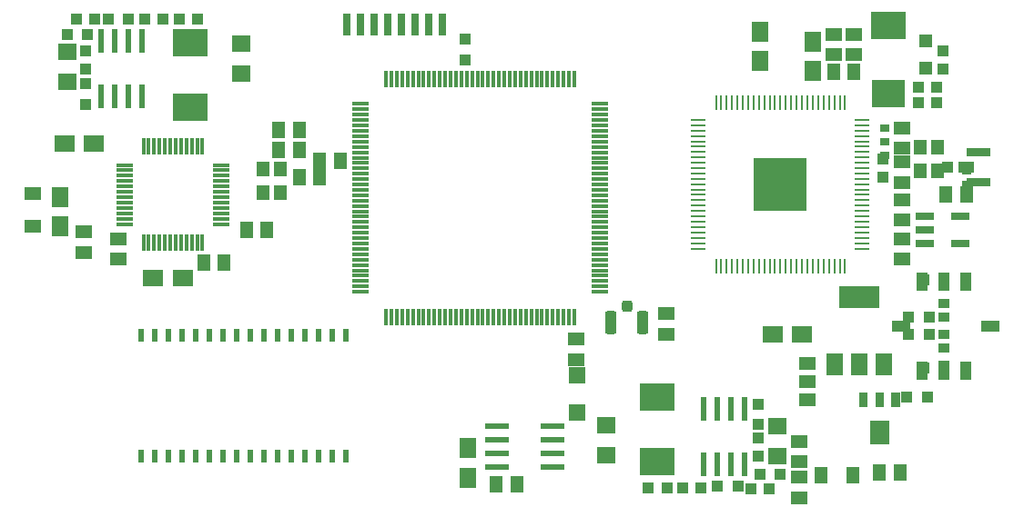
<source format=gbr>
%TF.GenerationSoftware,KiCad,Pcbnew,9.0.7*%
%TF.CreationDate,2026-01-09T15:07:01-08:00*%
%TF.ProjectId,W5500_LX9_AD9957_sramv2_gps,57353530-305f-44c5-9839-5f4144393935,rev?*%
%TF.SameCoordinates,Original*%
%TF.FileFunction,Paste,Top*%
%TF.FilePolarity,Positive*%
%FSLAX46Y46*%
G04 Gerber Fmt 4.6, Leading zero omitted, Abs format (unit mm)*
G04 Created by KiCad (PCBNEW 9.0.7) date 2026-01-09 15:07:01*
%MOMM*%
%LPD*%
G01*
G04 APERTURE LIST*
G04 Aperture macros list*
%AMRoundRect*
0 Rectangle with rounded corners*
0 $1 Rounding radius*
0 $2 $3 $4 $5 $6 $7 $8 $9 X,Y pos of 4 corners*
0 Add a 4 corners polygon primitive as box body*
4,1,4,$2,$3,$4,$5,$6,$7,$8,$9,$2,$3,0*
0 Add four circle primitives for the rounded corners*
1,1,$1+$1,$2,$3*
1,1,$1+$1,$4,$5*
1,1,$1+$1,$6,$7*
1,1,$1+$1,$8,$9*
0 Add four rect primitives between the rounded corners*
20,1,$1+$1,$2,$3,$4,$5,0*
20,1,$1+$1,$4,$5,$6,$7,0*
20,1,$1+$1,$6,$7,$8,$9,0*
20,1,$1+$1,$8,$9,$2,$3,0*%
G04 Aperture macros list end*
%ADD10C,0.000000*%
%ADD11R,0.300000X1.500000*%
%ADD12R,1.500000X0.300000*%
%ADD13R,0.300000X1.600000*%
%ADD14R,1.600000X0.300000*%
%ADD15R,5.003800X5.003800*%
%ADD16R,1.473200X0.279400*%
%ADD17R,0.279400X1.473200*%
%ADD18R,1.600000X1.300000*%
%ADD19R,2.200000X0.600000*%
%ADD20R,1.500000X1.300000*%
%ADD21R,1.300000X1.500000*%
%ADD22R,1.200000X1.400000*%
%ADD23R,1.950000X1.500000*%
%ADD24R,1.500000X1.950000*%
%ADD25R,1.016000X1.778000*%
%ADD26R,1.778000X1.016000*%
%ADD27R,1.500000X1.500000*%
%ADD28R,0.760000X2.050000*%
%ADD29R,1.200000X1.600000*%
%ADD30R,1.600000X1.200000*%
%ADD31R,1.651000X0.762000*%
%ADD32R,1.100000X1.000000*%
%ADD33R,1.000000X0.950000*%
%ADD34R,1.016000X1.016000*%
%ADD35R,0.600000X2.200000*%
%ADD36R,1.000000X1.100000*%
%ADD37R,1.800000X1.600000*%
%ADD38R,3.250000X2.500000*%
%ADD39R,3.800000X2.000000*%
%ADD40R,1.500000X2.000000*%
%ADD41R,0.900000X0.700000*%
%ADD42R,3.175000X2.540000*%
%ADD43R,3.048000X2.540000*%
%ADD44R,1.270000X1.270000*%
%ADD45RoundRect,0.250000X0.250000X-0.275000X0.250000X0.275000X-0.250000X0.275000X-0.250000X-0.275000X0*%
%ADD46RoundRect,0.262500X-0.262500X0.837500X-0.262500X-0.837500X0.262500X-0.837500X0.262500X0.837500X0*%
%ADD47R,0.600000X1.200000*%
G04 APERTURE END LIST*
D10*
%TO.C,IC7*%
G36*
X187824850Y-122519850D02*
G01*
X186024850Y-122519850D01*
X186024850Y-120319850D01*
X187824850Y-120319850D01*
X187824850Y-122519850D01*
G37*
G36*
X188824850Y-119039850D02*
G01*
X188024850Y-119039850D01*
X188024850Y-117639850D01*
X188824850Y-117639850D01*
X188824850Y-119039850D01*
G37*
G36*
X185824850Y-119039850D02*
G01*
X185024850Y-119039850D01*
X185024850Y-117639850D01*
X185824850Y-117639850D01*
X185824850Y-119039850D01*
G37*
G36*
X187324850Y-119039850D02*
G01*
X186524850Y-119039850D01*
X186524850Y-117639850D01*
X187324850Y-117639850D01*
X187324850Y-119039850D01*
G37*
%TO.C,X3*%
G36*
X197205500Y-95677100D02*
G01*
X195071900Y-95677100D01*
X195071900Y-94864300D01*
X197205500Y-94864300D01*
X197205500Y-95677100D01*
G37*
G36*
X197205500Y-98467900D02*
G01*
X195071900Y-98467900D01*
X195071900Y-97655100D01*
X197205500Y-97655100D01*
X197205500Y-98467900D01*
G37*
G36*
X194995700Y-97148700D02*
G01*
X194233700Y-97148700D01*
X194233700Y-96183500D01*
X194995700Y-96183500D01*
X194995700Y-97148700D01*
G37*
%TD*%
D11*
%TO.C,U1*%
X118452350Y-94756100D03*
X118952350Y-94756100D03*
X119452350Y-94756100D03*
X119952350Y-94756100D03*
X120452350Y-94756100D03*
X120952350Y-94756100D03*
X121452350Y-94756100D03*
X121952350Y-94756100D03*
X122452350Y-94756100D03*
X122952350Y-94756100D03*
X123452350Y-94756100D03*
X123952350Y-94756100D03*
D12*
X125652350Y-96456100D03*
X125652350Y-96956100D03*
X125652350Y-97456100D03*
X125652350Y-97956100D03*
X125652350Y-98456100D03*
X125652350Y-98956100D03*
X125652350Y-99456100D03*
X125652350Y-99956100D03*
X125652350Y-100456100D03*
X125652350Y-100956100D03*
X125652350Y-101456100D03*
X125652350Y-101956100D03*
D11*
X123952350Y-103656100D03*
X123452350Y-103656100D03*
X122952350Y-103656100D03*
X122452350Y-103656100D03*
X121952350Y-103656100D03*
X121452350Y-103656100D03*
X120952350Y-103656100D03*
X120452350Y-103656100D03*
X119952350Y-103656100D03*
X119452350Y-103656100D03*
X118952350Y-103656100D03*
X118452350Y-103656100D03*
D12*
X116752350Y-101956100D03*
X116752350Y-101456100D03*
X116752350Y-100956100D03*
X116752350Y-100456100D03*
X116752350Y-99956100D03*
X116752350Y-99456100D03*
X116752350Y-98956100D03*
X116752350Y-98456100D03*
X116752350Y-97956100D03*
X116752350Y-97456100D03*
X116752350Y-96956100D03*
X116752350Y-96456100D03*
%TD*%
D13*
%TO.C,U2*%
X141027350Y-88423600D03*
X141527350Y-88423600D03*
X142027350Y-88423600D03*
X142527350Y-88423600D03*
X143027350Y-88423600D03*
X143527350Y-88423600D03*
X144027350Y-88423600D03*
X144527350Y-88423600D03*
X145027350Y-88423600D03*
X145527350Y-88423600D03*
X146027350Y-88423600D03*
X146527350Y-88423600D03*
X147027350Y-88423600D03*
X147527350Y-88423600D03*
X148027350Y-88423600D03*
X148527350Y-88423600D03*
X149027350Y-88423600D03*
X149527350Y-88423600D03*
X150027350Y-88423600D03*
X150527350Y-88423600D03*
X151027350Y-88423600D03*
X151527350Y-88423600D03*
X152027350Y-88423600D03*
X152527350Y-88423600D03*
X153027350Y-88423600D03*
X153527350Y-88423600D03*
X154027350Y-88423600D03*
X154527350Y-88423600D03*
X155027350Y-88423600D03*
X155527350Y-88423600D03*
X156027350Y-88423600D03*
X156527350Y-88423600D03*
X157027350Y-88423600D03*
X157527350Y-88423600D03*
X158027350Y-88423600D03*
X158527350Y-88423600D03*
D14*
X160877350Y-90773600D03*
X160877350Y-91273600D03*
X160877350Y-91773600D03*
X160877350Y-92273600D03*
X160877350Y-92773600D03*
X160877350Y-93273600D03*
X160877350Y-93773600D03*
X160877350Y-94273600D03*
X160877350Y-94773600D03*
X160877350Y-95273600D03*
X160877350Y-95773600D03*
X160877350Y-96273600D03*
X160877350Y-96773600D03*
X160877350Y-97273600D03*
X160877350Y-97773600D03*
X160877350Y-98273600D03*
X160877350Y-98773600D03*
X160877350Y-99273600D03*
X160877350Y-99773600D03*
X160877350Y-100273600D03*
X160877350Y-100773600D03*
X160877350Y-101273600D03*
X160877350Y-101773600D03*
X160877350Y-102273600D03*
X160877350Y-102773600D03*
X160877350Y-103273600D03*
X160877350Y-103773600D03*
X160877350Y-104273600D03*
X160877350Y-104773600D03*
X160877350Y-105273600D03*
X160877350Y-105773600D03*
X160877350Y-106273600D03*
X160877350Y-106773600D03*
X160877350Y-107273600D03*
X160877350Y-107773600D03*
X160877350Y-108273600D03*
D13*
X158527350Y-110623600D03*
X158027350Y-110623600D03*
X157527350Y-110623600D03*
X157027350Y-110623600D03*
X156527350Y-110623600D03*
X156027350Y-110623600D03*
X155527350Y-110623600D03*
X155027350Y-110623600D03*
X154527350Y-110623600D03*
X154027350Y-110623600D03*
X153527350Y-110623600D03*
X153027350Y-110623600D03*
X152527350Y-110623600D03*
X152027350Y-110623600D03*
X151527350Y-110623600D03*
X151027350Y-110623600D03*
X150527350Y-110623600D03*
X150027350Y-110623600D03*
X149527350Y-110623600D03*
X149027350Y-110623600D03*
X148527350Y-110623600D03*
X148027350Y-110623600D03*
X147527350Y-110623600D03*
X147027350Y-110623600D03*
X146527350Y-110623600D03*
X146027350Y-110623600D03*
X145527350Y-110623600D03*
X145027350Y-110623600D03*
X144527350Y-110623600D03*
X144027350Y-110623600D03*
X143527350Y-110623600D03*
X143027350Y-110623600D03*
X142527350Y-110623600D03*
X142027350Y-110623600D03*
X141527350Y-110623600D03*
X141027350Y-110623600D03*
D14*
X138677350Y-108273600D03*
X138677350Y-107773600D03*
X138677350Y-107273600D03*
X138677350Y-106773600D03*
X138677350Y-106273600D03*
X138677350Y-105773600D03*
X138677350Y-105273600D03*
X138677350Y-104773600D03*
X138677350Y-104273600D03*
X138677350Y-103773600D03*
X138677350Y-103273600D03*
X138677350Y-102773600D03*
X138677350Y-102273600D03*
X138677350Y-101773600D03*
X138677350Y-101273600D03*
X138677350Y-100773600D03*
X138677350Y-100273600D03*
X138677350Y-99773600D03*
X138677350Y-99273600D03*
X138677350Y-98773600D03*
X138677350Y-98273600D03*
X138677350Y-97773600D03*
X138677350Y-97273600D03*
X138677350Y-96773600D03*
X138677350Y-96273600D03*
X138677350Y-95773600D03*
X138677350Y-95273600D03*
X138677350Y-94773600D03*
X138677350Y-94273600D03*
X138677350Y-93773600D03*
X138677350Y-93273600D03*
X138677350Y-92773600D03*
X138677350Y-92273600D03*
X138677350Y-91773600D03*
X138677350Y-91273600D03*
X138677350Y-90773600D03*
%TD*%
D15*
%TO.C,U3*%
X177717350Y-98253600D03*
D16*
X185337350Y-92259200D03*
X185337350Y-92741800D03*
X185337350Y-93249800D03*
X185337350Y-93757800D03*
X185337350Y-94265800D03*
X185337350Y-94748400D03*
X185337350Y-95256400D03*
X185337350Y-95764400D03*
X185337350Y-96247000D03*
X185337350Y-96755000D03*
X185337350Y-97263000D03*
X185337350Y-97745600D03*
X185337350Y-98253600D03*
X185337350Y-98761600D03*
X185337350Y-99244200D03*
X185337350Y-99752200D03*
X185337350Y-100260200D03*
X185337350Y-100742800D03*
X185337350Y-101250800D03*
X185337350Y-101758800D03*
X185337350Y-102241400D03*
X185337350Y-102749400D03*
X185337350Y-103257400D03*
X185337350Y-103765400D03*
X185337350Y-104248000D03*
D17*
X183711750Y-105873600D03*
X183229150Y-105873600D03*
X182721150Y-105873600D03*
X182213150Y-105873600D03*
X181705150Y-105873600D03*
X181222550Y-105873600D03*
X180714550Y-105873600D03*
X180206550Y-105873600D03*
X179723950Y-105873600D03*
X179215950Y-105873600D03*
X178707950Y-105873600D03*
X178225350Y-105873600D03*
X177717350Y-105873600D03*
X177209350Y-105873600D03*
X176726750Y-105873600D03*
X176218750Y-105873600D03*
X175710750Y-105873600D03*
X175228150Y-105873600D03*
X174720150Y-105873600D03*
X174212150Y-105873600D03*
X173729550Y-105873600D03*
X173221550Y-105873600D03*
X172713550Y-105873600D03*
X172205550Y-105873600D03*
X171722950Y-105873600D03*
D16*
X170097350Y-104248000D03*
X170097350Y-103765400D03*
X170097350Y-103257400D03*
X170097350Y-102749400D03*
X170097350Y-102241400D03*
X170097350Y-101758800D03*
X170097350Y-101250800D03*
X170097350Y-100742800D03*
X170097350Y-100260200D03*
X170097350Y-99752200D03*
X170097350Y-99244200D03*
X170097350Y-98761600D03*
X170097350Y-98253600D03*
X170097350Y-97745600D03*
X170097350Y-97263000D03*
X170097350Y-96755000D03*
X170097350Y-96247000D03*
X170097350Y-95764400D03*
X170097350Y-95256400D03*
X170097350Y-94748400D03*
X170097350Y-94265800D03*
X170097350Y-93757800D03*
X170097350Y-93249800D03*
X170097350Y-92741800D03*
X170097350Y-92259200D03*
D17*
X171722950Y-90633600D03*
X172205550Y-90633600D03*
X172713550Y-90633600D03*
X173221550Y-90633600D03*
X173729550Y-90633600D03*
X174212150Y-90633600D03*
X174720150Y-90633600D03*
X175228150Y-90633600D03*
X175710750Y-90633600D03*
X176218750Y-90633600D03*
X176726750Y-90633600D03*
X177209350Y-90633600D03*
X177717350Y-90633600D03*
X178225350Y-90633600D03*
X178707950Y-90633600D03*
X179215950Y-90633600D03*
X179723950Y-90633600D03*
X180206550Y-90633600D03*
X180714550Y-90633600D03*
X181222550Y-90633600D03*
X181705150Y-90633600D03*
X182213150Y-90633600D03*
X182721150Y-90633600D03*
X183229150Y-90633600D03*
X183711750Y-90633600D03*
%TD*%
D18*
%TO.C,R1*%
X158701100Y-112702350D03*
X158701100Y-114602350D03*
%TD*%
D19*
%TO.C,IC2*%
X151304850Y-120796100D03*
X151304850Y-122066100D03*
X151304850Y-124606100D03*
X156504850Y-120796100D03*
X156504850Y-122066100D03*
X156504850Y-124606100D03*
X151304850Y-123336100D03*
X156504850Y-123336100D03*
%TD*%
D20*
%TO.C,R9*%
X116122350Y-103336100D03*
X116122350Y-105236100D03*
%TD*%
%TO.C,C6*%
X112947350Y-102701100D03*
X112947350Y-104601100D03*
%TD*%
D21*
%TO.C,C11*%
X129931100Y-102539850D03*
X128031100Y-102539850D03*
%TD*%
%TO.C,C12*%
X124062350Y-105556100D03*
X125962350Y-105556100D03*
%TD*%
D22*
%TO.C,Q1*%
X129609850Y-96836100D03*
X131209850Y-96836100D03*
X131209850Y-99036100D03*
X129609850Y-99036100D03*
%TD*%
D21*
%TO.C,R13*%
X131047350Y-95078600D03*
X132947350Y-95078600D03*
%TD*%
%TO.C,C14*%
X134852350Y-97618600D03*
X132952350Y-97618600D03*
%TD*%
%TO.C,C15*%
X131047350Y-93173600D03*
X132947350Y-93173600D03*
%TD*%
D23*
%TO.C,C9*%
X119351100Y-106984850D03*
X122101100Y-106984850D03*
%TD*%
D24*
%TO.C,C16*%
X110724850Y-99418600D03*
X110724850Y-102168600D03*
%TD*%
D20*
%TO.C,C21*%
X167081100Y-110321100D03*
X167081100Y-112221100D03*
%TD*%
D24*
%TO.C,C24*%
X175812350Y-84019850D03*
X175812350Y-86769850D03*
%TD*%
%TO.C,C25*%
X148666100Y-125584225D03*
X148666100Y-122834225D03*
%TD*%
D23*
%TO.C,C26*%
X176977350Y-112223600D03*
X179727350Y-112223600D03*
%TD*%
%TO.C,C32*%
X113846100Y-94443600D03*
X111096100Y-94443600D03*
%TD*%
D24*
%TO.C,C35*%
X180733600Y-84972350D03*
X180733600Y-87722350D03*
%TD*%
D21*
%TO.C,R14*%
X136757350Y-96031100D03*
X134857350Y-96031100D03*
%TD*%
D20*
%TO.C,R17*%
X188988600Y-105236100D03*
X188988600Y-103336100D03*
%TD*%
%TO.C,R18*%
X188988600Y-101584850D03*
X188988600Y-99684850D03*
%TD*%
D21*
%TO.C,C42*%
X195018600Y-99206100D03*
X193118600Y-99206100D03*
%TD*%
D20*
%TO.C,C43*%
X188988600Y-93017350D03*
X188988600Y-94917350D03*
%TD*%
D21*
%TO.C,C44*%
X184541100Y-87776100D03*
X182641100Y-87776100D03*
%TD*%
D20*
%TO.C,C45*%
X182638600Y-84286100D03*
X182638600Y-86186100D03*
%TD*%
%TO.C,R16*%
X184543600Y-86186100D03*
X184543600Y-84286100D03*
%TD*%
D25*
%TO.C,U$2*%
X190925350Y-107334100D03*
X194989350Y-107334100D03*
X194989350Y-115589100D03*
X190925350Y-115589100D03*
X192957350Y-115589100D03*
D26*
X188956850Y-111461600D03*
X197211850Y-111461600D03*
D25*
X192957350Y-107334100D03*
%TD*%
D21*
%TO.C,C46*%
X188827350Y-125082350D03*
X186927350Y-125082350D03*
%TD*%
D20*
%TO.C,C47*%
X179463600Y-122227350D03*
X179463600Y-124127350D03*
%TD*%
%TO.C,C48*%
X179463600Y-127461100D03*
X179463600Y-125561100D03*
%TD*%
%TO.C,JMP1*%
X180257350Y-114968600D03*
X180257350Y-116668600D03*
X180257350Y-118368600D03*
%TD*%
D27*
%TO.C,LED2*%
X158826100Y-119529850D03*
X158826100Y-116029850D03*
%TD*%
D21*
%TO.C,C57*%
X151287975Y-126193600D03*
X153187975Y-126193600D03*
%TD*%
D28*
%TO.C,X2*%
X142474850Y-83364850D03*
X141204850Y-83364850D03*
X143744850Y-83364850D03*
X139934850Y-83364850D03*
X145014850Y-83364850D03*
X138664850Y-83364850D03*
X146284850Y-83364850D03*
X137394850Y-83364850D03*
%TD*%
D20*
%TO.C,R21*%
X188988600Y-96192350D03*
X188988600Y-98092350D03*
%TD*%
D29*
%TO.C,L3*%
X184456100Y-125399850D03*
X181456100Y-125399850D03*
%TD*%
D30*
%TO.C,L4*%
X108184850Y-99134850D03*
X108184850Y-102134850D03*
%TD*%
D31*
%TO.C,T1*%
X191160300Y-101269850D03*
X191160300Y-102539850D03*
X191160300Y-103809850D03*
X194436900Y-101269850D03*
X194436900Y-103809850D03*
%TD*%
D32*
%TO.C,R22\u002A0*%
X187242350Y-97603600D03*
X187242350Y-95903600D03*
%TD*%
D33*
%TO.C,L1*%
X192957350Y-107772350D03*
X192957350Y-109372350D03*
%TD*%
%TO.C,L5*%
X192957350Y-113487350D03*
X192957350Y-115087350D03*
%TD*%
%TO.C,L6*%
X192957350Y-110629850D03*
X192957350Y-112229850D03*
%TD*%
D34*
%TO.C,C60*%
X192957350Y-115398600D03*
X191052350Y-115398600D03*
%TD*%
%TO.C,C61*%
X191528600Y-112223600D03*
X189623600Y-112223600D03*
%TD*%
%TO.C,C62*%
X191528600Y-110636100D03*
X189623600Y-110636100D03*
%TD*%
%TO.C,C63*%
X192957350Y-107143600D03*
X191052350Y-107143600D03*
%TD*%
%TO.C,C17*%
X191369850Y-118097350D03*
X189464850Y-118097350D03*
%TD*%
D35*
%TO.C,IC10*%
X170573600Y-124348600D03*
X171843600Y-124348600D03*
X174383600Y-124348600D03*
X170573600Y-119148600D03*
X171843600Y-119148600D03*
X174383600Y-119148600D03*
X173113600Y-124348600D03*
X173113600Y-119148600D03*
%TD*%
D34*
%TO.C,C64*%
X171843600Y-126352350D03*
X173748600Y-126352350D03*
%TD*%
D36*
%TO.C,R24*%
X176662350Y-126669850D03*
X174962350Y-126669850D03*
%TD*%
D37*
%TO.C,C65*%
X177399850Y-120824850D03*
X177399850Y-123624850D03*
%TD*%
D34*
%TO.C,C66*%
X175653600Y-120637350D03*
X175653600Y-118732350D03*
%TD*%
%TO.C,C67*%
X175812350Y-125241100D03*
X177717350Y-125241100D03*
%TD*%
D36*
%TO.C,R25*%
X168612350Y-126511100D03*
X170312350Y-126511100D03*
%TD*%
%TO.C,R26*%
X167137350Y-126511100D03*
X165437350Y-126511100D03*
%TD*%
D38*
%TO.C,L7*%
X166287350Y-124113600D03*
X166287350Y-118113600D03*
%TD*%
D37*
%TO.C,C68*%
X161524850Y-120666100D03*
X161524850Y-123466100D03*
%TD*%
D32*
%TO.C,R27*%
X175653600Y-123551100D03*
X175653600Y-121851100D03*
%TD*%
D35*
%TO.C,IC11*%
X118344850Y-84858600D03*
X117074850Y-84858600D03*
X114534850Y-84858600D03*
X118344850Y-90058600D03*
X117074850Y-90058600D03*
X114534850Y-90058600D03*
X115804850Y-84858600D03*
X115804850Y-90058600D03*
%TD*%
D34*
%TO.C,C69*%
X117074850Y-82854850D03*
X115169850Y-82854850D03*
%TD*%
D36*
%TO.C,R28*%
X112256100Y-82854850D03*
X113956100Y-82854850D03*
%TD*%
D37*
%TO.C,C70*%
X111359850Y-88699850D03*
X111359850Y-85899850D03*
%TD*%
D34*
%TO.C,C71*%
X113106100Y-88887350D03*
X113106100Y-90792350D03*
%TD*%
%TO.C,C72*%
X113264850Y-84283600D03*
X111359850Y-84283600D03*
%TD*%
D36*
%TO.C,R29*%
X120306100Y-82854850D03*
X118606100Y-82854850D03*
%TD*%
%TO.C,R30*%
X121781100Y-82854850D03*
X123481100Y-82854850D03*
%TD*%
D38*
%TO.C,L8*%
X122789850Y-85093600D03*
X122789850Y-91093600D03*
%TD*%
D37*
%TO.C,C73*%
X127552350Y-87906100D03*
X127552350Y-85106100D03*
%TD*%
D32*
%TO.C,R31*%
X113106100Y-85814850D03*
X113106100Y-87514850D03*
%TD*%
D39*
%TO.C,IC12*%
X185019850Y-108756100D03*
D40*
X187319850Y-115056100D03*
X185019850Y-115056100D03*
X182719850Y-115056100D03*
%TD*%
D41*
%TO.C,R32*%
X187401100Y-95569850D03*
X187401100Y-94269850D03*
%TD*%
%TO.C,R33*%
X187401100Y-92999850D03*
X187401100Y-94299850D03*
%TD*%
%TO.C,R34*%
X195021100Y-98268600D03*
X195021100Y-96968600D03*
%TD*%
D34*
%TO.C,C74*%
X193274850Y-96666100D03*
X195179850Y-96666100D03*
%TD*%
D22*
%TO.C,Q2*%
X190728600Y-94772350D03*
X192328600Y-94772350D03*
X192328600Y-96972350D03*
X190728600Y-96972350D03*
%TD*%
D42*
%TO.C,C76*%
X187718600Y-83489850D03*
D43*
X187718600Y-89839850D03*
%TD*%
D44*
%TO.C,C77*%
X191211100Y-87458600D03*
X191211100Y-84918600D03*
%TD*%
D36*
%TO.C,R36*%
X192219850Y-90633600D03*
X190519850Y-90633600D03*
%TD*%
%TO.C,R37*%
X190519850Y-89204850D03*
X192219850Y-89204850D03*
%TD*%
D32*
%TO.C,R38*%
X192798600Y-87514850D03*
X192798600Y-85814850D03*
%TD*%
D45*
%TO.C,ANT1*%
X163429850Y-109588350D03*
D46*
X161929850Y-111112350D03*
X164929850Y-111112350D03*
%TD*%
D34*
%TO.C,C80*%
X148348600Y-86664850D03*
X148348600Y-84759850D03*
%TD*%
D47*
%TO.C,IC1*%
X137315475Y-123567800D03*
X136045475Y-123567800D03*
X134775475Y-123567800D03*
X133505475Y-123567800D03*
X132235475Y-123567800D03*
X130965475Y-123567800D03*
X129695475Y-123567800D03*
X128425475Y-123567800D03*
X127155475Y-123567800D03*
X125885475Y-123567800D03*
X124615475Y-123567800D03*
X123345475Y-123567800D03*
X122075475Y-123567800D03*
X120805475Y-123567800D03*
X119535475Y-123567800D03*
X118265475Y-123567800D03*
X118265475Y-112311400D03*
X119535475Y-112311400D03*
X120805475Y-112311400D03*
X122075475Y-112311400D03*
X123345475Y-112311400D03*
X124615475Y-112311400D03*
X125885475Y-112311400D03*
X127155475Y-112311400D03*
X128425475Y-112311400D03*
X129695475Y-112311400D03*
X130965475Y-112311400D03*
X132235475Y-112311400D03*
X133505475Y-112311400D03*
X134775475Y-112311400D03*
X136045475Y-112311400D03*
X137315475Y-112311400D03*
%TD*%
M02*

</source>
